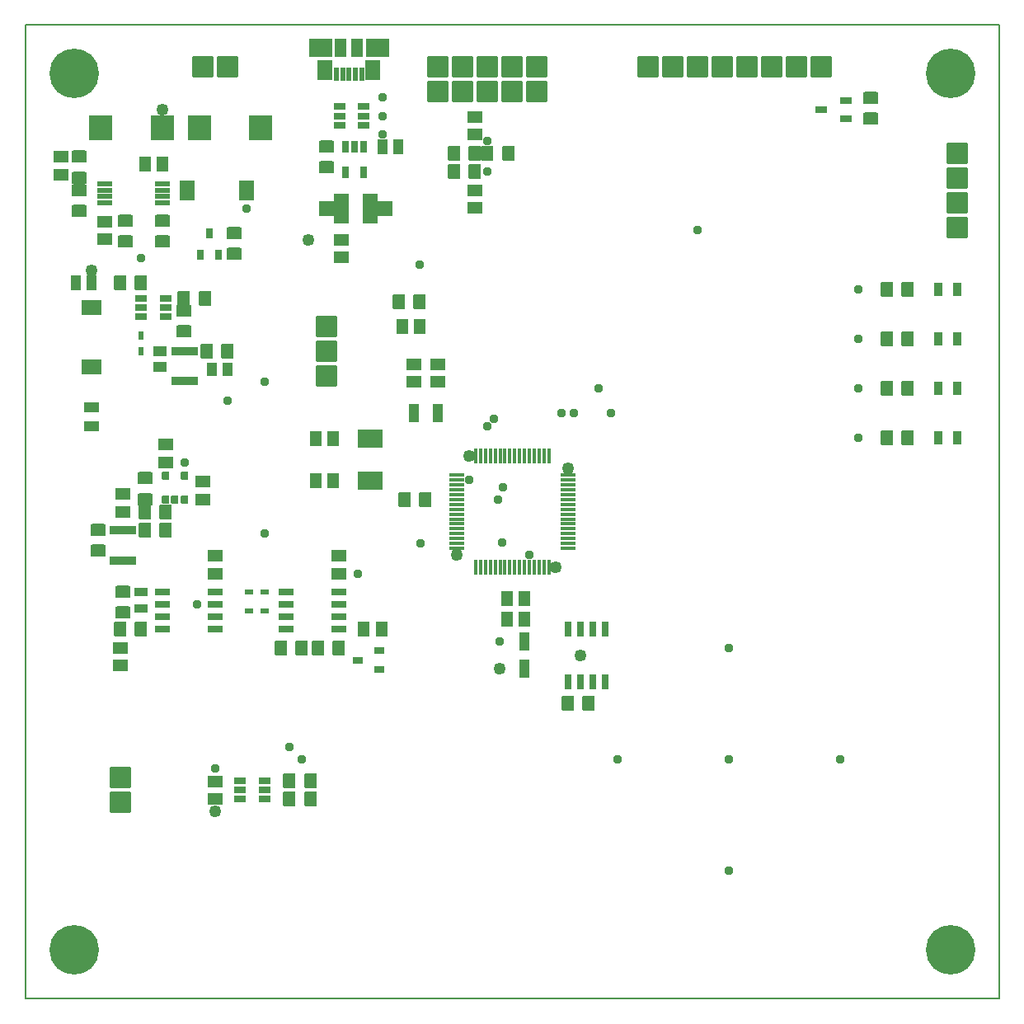
<source format=gbr>
G04 PROTEUS RS274X GERBER FILE*
%FSLAX45Y45*%
%MOMM*%
G01*
%ADD53C,0.954000*%
%ADD54C,1.254000*%
%ADD55C,5.080000*%
%AMPPAD050*
4,1,4,
-0.740000,0.150000,
0.740000,0.150000,
0.740000,-0.150000,
-0.740000,-0.150000,
-0.740000,0.150000,
0*%
%ADD56PPAD050*%
%AMPPAD051*
4,1,4,
-0.150000,0.740000,
0.150000,0.740000,
0.150000,-0.740000,
-0.150000,-0.740000,
-0.150000,0.740000,
0*%
%ADD57PPAD051*%
%AMPPAD052*
4,1,4,
-0.750000,0.225000,
0.750000,0.225000,
0.750000,-0.225000,
-0.750000,-0.225000,
-0.750000,0.225000,
0*%
%ADD58PPAD052*%
%AMPPAD053*
4,1,4,
0.300000,0.575000,
0.300000,-0.575000,
-0.300000,-0.575000,
-0.300000,0.575000,
0.300000,0.575000,
0*%
%ADD59PPAD053*%
%AMPPAD054*
4,1,4,
0.600000,-0.300000,
-0.600000,-0.300000,
-0.600000,0.300000,
0.600000,0.300000,
0.600000,-0.300000,
0*%
%ADD60PPAD054*%
%AMPPAD055*
4,1,36,
-0.254000,0.444500,
0.254000,0.444500,
0.279970,0.441970,
0.303980,0.434700,
0.325580,0.423150,
0.344290,0.407790,
0.359650,0.389070,
0.371200,0.367480,
0.378470,0.343470,
0.381000,0.317500,
0.381000,-0.317500,
0.378470,-0.343470,
0.371200,-0.367480,
0.359650,-0.389070,
0.344290,-0.407790,
0.325580,-0.423150,
0.303980,-0.434700,
0.279970,-0.441970,
0.254000,-0.444500,
-0.254000,-0.444500,
-0.279970,-0.441970,
-0.303980,-0.434700,
-0.325580,-0.423150,
-0.344290,-0.407790,
-0.359650,-0.389070,
-0.371200,-0.367480,
-0.378470,-0.343470,
-0.381000,-0.317500,
-0.381000,0.317500,
-0.378470,0.343470,
-0.371200,0.367480,
-0.359650,0.389070,
-0.344290,0.407790,
-0.325580,0.423150,
-0.303980,0.434700,
-0.279970,0.441970,
-0.254000,0.444500,
0*%
%ADD61PPAD055*%
%AMPPAD056*
4,1,4,
-0.760000,0.325000,
0.760000,0.325000,
0.760000,-0.325000,
-0.760000,-0.325000,
-0.760000,0.325000,
0*%
%ADD62PPAD056*%
%AMPPAD057*
4,1,4,
-0.625000,0.300000,
0.625000,0.300000,
0.625000,-0.300000,
-0.625000,-0.300000,
-0.625000,0.300000,
0*%
%ADD63PPAD057*%
%AMPPAD058*
4,1,4,
0.325000,0.760000,
0.325000,-0.760000,
-0.325000,-0.760000,
-0.325000,0.760000,
0.325000,0.760000,
0*%
%ADD64PPAD058*%
%AMPPAD059*
4,1,4,
-0.225000,0.690000,
0.225000,0.690000,
0.225000,-0.690000,
-0.225000,-0.690000,
-0.225000,0.690000,
0*%
%ADD65PPAD059*%
%AMPPAD060*
4,1,4,
-0.740000,1.050000,
0.740000,1.050000,
0.740000,-1.050000,
-0.740000,-1.050000,
-0.740000,1.050000,
0*%
%ADD66PPAD060*%
%AMPPAD061*
4,1,4,
-0.590000,0.950000,
0.590000,0.950000,
0.590000,-0.950000,
-0.590000,-0.950000,
-0.590000,0.950000,
0*%
%ADD67PPAD061*%
%AMPPAD062*
4,1,4,
-1.190000,0.950000,
1.190000,0.950000,
1.190000,-0.950000,
-1.190000,-0.950000,
-1.190000,0.950000,
0*%
%ADD68PPAD062*%
%AMPPAD063*
4,1,36,
-0.950000,1.077000,
0.950000,1.077000,
0.975970,1.074470,
0.999980,1.067200,
1.021580,1.055650,
1.040290,1.040290,
1.055650,1.021570,
1.067200,0.999980,
1.074470,0.975970,
1.077000,0.950000,
1.077000,-0.950000,
1.074470,-0.975970,
1.067200,-0.999980,
1.055650,-1.021570,
1.040290,-1.040290,
1.021580,-1.055650,
0.999980,-1.067200,
0.975970,-1.074470,
0.950000,-1.077000,
-0.950000,-1.077000,
-0.975970,-1.074470,
-0.999980,-1.067200,
-1.021580,-1.055650,
-1.040290,-1.040290,
-1.055650,-1.021570,
-1.067200,-0.999980,
-1.074470,-0.975970,
-1.077000,-0.950000,
-1.077000,0.950000,
-1.074470,0.975970,
-1.067200,0.999980,
-1.055650,1.021570,
-1.040290,1.040290,
-1.021580,1.055650,
-0.999980,1.067200,
-0.975970,1.074470,
-0.950000,1.077000,
0*%
%ADD69PPAD063*%
%AMPPAD064*
4,1,4,
-0.250000,-0.410000,
-0.250000,0.410000,
0.250000,0.410000,
0.250000,-0.410000,
-0.250000,-0.410000,
0*%
%ADD74PPAD064*%
%AMPPAD065*
4,1,4,
-0.410000,0.250000,
0.410000,0.250000,
0.410000,-0.250000,
-0.410000,-0.250000,
-0.410000,0.250000,
0*%
%ADD75PPAD065*%
%AMPPAD066*
4,1,4,
0.800000,-1.050000,
-0.800000,-1.050000,
-0.800000,1.050000,
0.800000,1.050000,
0.800000,-1.050000,
0*%
%ADD76PPAD066*%
%AMPPAD067*
4,1,4,
0.750000,-1.500000,
-0.750000,-1.500000,
-0.750000,1.500000,
0.750000,1.500000,
0.750000,-1.500000,
0*%
%ADD77PPAD067*%
%AMPPAD068*
4,1,4,
0.750000,-0.750000,
-0.750000,-0.750000,
-0.750000,0.750000,
0.750000,0.750000,
0.750000,-0.750000,
0*%
%ADD78PPAD068*%
%AMPPAD069*
4,1,4,
1.050000,0.800000,
1.050000,-0.800000,
-1.050000,-0.800000,
-1.050000,0.800000,
1.050000,0.800000,
0*%
%ADD79PPAD069*%
%AMPPAD070*
4,1,4,
-0.550000,-0.925000,
-0.550000,0.925000,
0.550000,0.925000,
0.550000,-0.925000,
-0.550000,-0.925000,
0*%
%ADD80PPAD070*%
%AMPPAD071*
4,1,4,
0.525000,-0.300000,
-0.525000,-0.300000,
-0.525000,0.300000,
0.525000,0.300000,
0.525000,-0.300000,
0*%
%ADD81PPAD071*%
%AMPPAD072*
4,1,4,
-0.300000,-0.525000,
-0.300000,0.525000,
0.300000,0.525000,
0.300000,-0.525000,
-0.300000,-0.525000,
0*%
%ADD82PPAD072*%
%AMPPAD073*
4,1,4,
-0.723900,-0.571500,
-0.723900,0.571500,
0.723900,0.571500,
0.723900,-0.571500,
-0.723900,-0.571500,
0*%
%ADD83PPAD073*%
%AMPPAD074*
4,1,4,
-1.150000,1.250000,
1.150000,1.250000,
1.150000,-1.250000,
-1.150000,-1.250000,
-1.150000,1.250000,
0*%
%ADD84PPAD074*%
%AMPPAD075*
4,1,4,
-0.571500,0.723900,
0.571500,0.723900,
0.571500,-0.723900,
-0.571500,-0.723900,
-0.571500,0.723900,
0*%
%ADD85PPAD075*%
%AMPPAD076*
4,1,4,
0.485000,-0.735000,
-0.485000,-0.735000,
-0.485000,0.735000,
0.485000,0.735000,
0.485000,-0.735000,
0*%
%ADD86PPAD076*%
%AMPPAD077*
4,1,4,
-0.695000,-0.485000,
-0.695000,0.485000,
0.695000,0.485000,
0.695000,-0.485000,
-0.695000,-0.485000,
0*%
%ADD87PPAD077*%
%AMPPAD078*
4,1,4,
-1.360000,-0.410000,
-1.360000,0.410000,
1.360000,0.410000,
1.360000,-0.410000,
-1.360000,-0.410000,
0*%
%ADD88PPAD078*%
%AMPPAD079*
4,1,4,
-0.485000,0.695000,
0.485000,0.695000,
0.485000,-0.695000,
-0.485000,-0.695000,
-0.485000,0.695000,
0*%
%ADD89PPAD079*%
%AMPPAD080*
4,1,36,
-0.762000,-0.508000,
-0.762000,0.508000,
-0.759470,0.533970,
-0.752200,0.557980,
-0.740650,0.579580,
-0.725290,0.598290,
-0.706570,0.613650,
-0.684980,0.625200,
-0.660970,0.632470,
-0.635000,0.635000,
0.635000,0.635000,
0.660970,0.632470,
0.684980,0.625200,
0.706570,0.613650,
0.725290,0.598290,
0.740650,0.579580,
0.752200,0.557980,
0.759470,0.533970,
0.762000,0.508000,
0.762000,-0.508000,
0.759470,-0.533970,
0.752200,-0.557980,
0.740650,-0.579580,
0.725290,-0.598290,
0.706570,-0.613650,
0.684980,-0.625200,
0.660970,-0.632470,
0.635000,-0.635000,
-0.635000,-0.635000,
-0.660970,-0.632470,
-0.684980,-0.625200,
-0.706570,-0.613650,
-0.725290,-0.598290,
-0.740650,-0.579580,
-0.752200,-0.557980,
-0.759470,-0.533970,
-0.762000,-0.508000,
0*%
%ADD90PPAD080*%
%AMPPAD081*
4,1,36,
0.508000,-0.762000,
-0.508000,-0.762000,
-0.533970,-0.759470,
-0.557980,-0.752200,
-0.579580,-0.740650,
-0.598290,-0.725290,
-0.613650,-0.706570,
-0.625200,-0.684980,
-0.632470,-0.660970,
-0.635000,-0.635000,
-0.635000,0.635000,
-0.632470,0.660970,
-0.625200,0.684980,
-0.613650,0.706570,
-0.598290,0.725290,
-0.579580,0.740650,
-0.557980,0.752200,
-0.533970,0.759470,
-0.508000,0.762000,
0.508000,0.762000,
0.533970,0.759470,
0.557980,0.752200,
0.579580,0.740650,
0.598290,0.725290,
0.613650,0.706570,
0.625200,0.684980,
0.632470,0.660970,
0.635000,0.635000,
0.635000,-0.635000,
0.632470,-0.660970,
0.625200,-0.684980,
0.613650,-0.706570,
0.598290,-0.725290,
0.579580,-0.740650,
0.557980,-0.752200,
0.533970,-0.759470,
0.508000,-0.762000,
0*%
%ADD91PPAD081*%
%AMPPAD082*
4,1,4,
0.500000,-0.900000,
-0.500000,-0.900000,
-0.500000,0.900000,
0.500000,0.900000,
0.500000,-0.900000,
0*%
%ADD92PPAD082*%
%AMPPAD083*
4,1,4,
1.300000,0.950000,
1.300000,-0.950000,
-1.300000,-0.950000,
-1.300000,0.950000,
1.300000,0.950000,
0*%
%ADD93PPAD083*%
%AMPPAD084*
4,1,36,
1.077000,0.950000,
1.077000,-0.950000,
1.074470,-0.975970,
1.067200,-0.999980,
1.055650,-1.021580,
1.040290,-1.040290,
1.021570,-1.055650,
0.999980,-1.067200,
0.975970,-1.074470,
0.950000,-1.077000,
-0.950000,-1.077000,
-0.975970,-1.074470,
-0.999980,-1.067200,
-1.021570,-1.055650,
-1.040290,-1.040290,
-1.055650,-1.021580,
-1.067200,-0.999980,
-1.074470,-0.975970,
-1.077000,-0.950000,
-1.077000,0.950000,
-1.074470,0.975970,
-1.067200,0.999980,
-1.055650,1.021580,
-1.040290,1.040290,
-1.021570,1.055650,
-0.999980,1.067200,
-0.975970,1.074470,
-0.950000,1.077000,
0.950000,1.077000,
0.975970,1.074470,
0.999980,1.067200,
1.021570,1.055650,
1.040290,1.040290,
1.055650,1.021580,
1.067200,0.999980,
1.074470,0.975970,
1.077000,0.950000,
0*%
%ADD94PPAD084*%
%AMPPAD085*
4,1,4,
0.695000,0.455000,
0.695000,-0.455000,
-0.695000,-0.455000,
-0.695000,0.455000,
0.695000,0.455000,
0*%
%ADD95PPAD085*%
%AMPPAD086*
4,1,4,
0.450000,-0.700000,
-0.450000,-0.700000,
-0.450000,0.700000,
0.450000,0.700000,
0.450000,-0.700000,
0*%
%ADD96PPAD086*%
%AMPPAD087*
4,1,4,
0.723900,0.469900,
0.723900,-0.469900,
-0.723900,-0.469900,
-0.723900,0.469900,
0.723900,0.469900,
0*%
%ADD97PPAD087*%
%ADD50C,0.203200*%
D53*
X+2222500Y-1397000D03*
X+3365500Y-2540000D03*
X+2222500Y-2540000D03*
X+2222500Y-3683000D03*
X+1905000Y+2896000D03*
D54*
X-574000Y-444500D03*
X-444500Y+574000D03*
X+574000Y+444500D03*
X+444500Y-574000D03*
X-4318000Y+2476500D03*
D53*
X+1079500Y-2540000D03*
X+175000Y-444500D03*
X-104400Y-317500D03*
X-942000Y-325000D03*
X-2540000Y-225000D03*
X-3238500Y-952500D03*
X-1587500Y-635000D03*
X-127000Y-1333500D03*
X-2921000Y+1143000D03*
X-3365500Y+508000D03*
X-3048000Y-2635000D03*
X+1016000Y+1016000D03*
X-254000Y+3492500D03*
X+889000Y+1270000D03*
X-254000Y+3810000D03*
X-1333500Y+4064000D03*
X-1333500Y+3873500D03*
X-1333500Y+4254500D03*
X-2540000Y+1333500D03*
X-3810000Y+2603500D03*
X-98000Y+254000D03*
X-2159000Y-2540000D03*
X-148000Y+127000D03*
X-2286000Y-2413000D03*
X-2730500Y+3111500D03*
X-952500Y+2540000D03*
X+3556000Y+762000D03*
X+3556000Y+1270000D03*
X-444500Y+325000D03*
X-254000Y+876300D03*
X+635000Y+1016000D03*
X+508000Y+1016000D03*
X-188500Y+952500D03*
X+3556000Y+1778000D03*
X+3556000Y+2286000D03*
D54*
X+698500Y-1473200D03*
X-3048000Y-3079500D03*
X-127000Y-1613500D03*
X-3594500Y+4130000D03*
X-2093000Y+2794000D03*
D55*
X-4500000Y+4500000D03*
X+4500000Y+4500000D03*
X-4500000Y-4500000D03*
X+4500000Y-4500000D03*
D56*
X-574000Y+375000D03*
X-574000Y+325000D03*
X-574000Y+275000D03*
X-574000Y+225000D03*
X-574000Y+175000D03*
X-574000Y+125000D03*
X-574000Y+75000D03*
X-574000Y+25000D03*
X-574000Y-25000D03*
X-574000Y-75000D03*
X-574000Y-125000D03*
X-574000Y-175000D03*
X-574000Y-225000D03*
X-574000Y-275000D03*
X-574000Y-325000D03*
X-574000Y-375000D03*
D57*
X-375000Y-574000D03*
X-325000Y-574000D03*
X-275000Y-574000D03*
X-225000Y-574000D03*
X-175000Y-574000D03*
X-125000Y-574000D03*
X-75000Y-574000D03*
X-25000Y-574000D03*
X+25000Y-574000D03*
X+75000Y-574000D03*
X+125000Y-574000D03*
X+175000Y-574000D03*
X+225000Y-574000D03*
X+275000Y-574000D03*
X+325000Y-574000D03*
X+375000Y-574000D03*
D56*
X+574000Y-375000D03*
X+574000Y-325000D03*
X+574000Y-275000D03*
X+574000Y-225000D03*
X+574000Y-175000D03*
X+574000Y-125000D03*
X+574000Y-75000D03*
X+574000Y-25000D03*
X+574000Y+25000D03*
X+574000Y+75000D03*
X+574000Y+125000D03*
X+574000Y+175000D03*
X+574000Y+225000D03*
X+574000Y+275000D03*
X+574000Y+325000D03*
X+574000Y+375000D03*
D57*
X+375000Y+574000D03*
X+325000Y+574000D03*
X+275000Y+574000D03*
X+225000Y+574000D03*
X+175000Y+574000D03*
X+125000Y+574000D03*
X+75000Y+574000D03*
X+25000Y+574000D03*
X-25000Y+574000D03*
X-75000Y+574000D03*
X-125000Y+574000D03*
X-175000Y+574000D03*
X-225000Y+574000D03*
X-275000Y+574000D03*
X-325000Y+574000D03*
X-375000Y+574000D03*
D58*
X-4184500Y+3368000D03*
X-4184500Y+3302000D03*
X-4184500Y+3238000D03*
X-4184500Y+3172000D03*
X-3594500Y+3172000D03*
X-3594500Y+3238000D03*
X-3594500Y+3302000D03*
X-3594500Y+3368000D03*
D59*
X-1524000Y+3746500D03*
X-1619000Y+3746500D03*
X-1714000Y+3746500D03*
X-1714000Y+3486500D03*
X-1524000Y+3486500D03*
D60*
X-3560000Y+2000500D03*
X-3560000Y+2095500D03*
X-3560000Y+2190500D03*
X-3810000Y+2190500D03*
X-3810000Y+2095500D03*
X-3810000Y+2000500D03*
D61*
X-3556000Y+127000D03*
X-3462020Y+127000D03*
X-3365500Y+127000D03*
X-3365500Y+365760D03*
X-3556000Y+365760D03*
D62*
X-3590000Y-825500D03*
X-3590000Y-952500D03*
X-3590000Y-1079500D03*
X-3590000Y-1206500D03*
X-3048000Y-1206500D03*
X-3048000Y-1079500D03*
X-3048000Y-952500D03*
X-3048000Y-825500D03*
X-2320000Y-825500D03*
X-2320000Y-952500D03*
X-2320000Y-1079500D03*
X-2320000Y-1206500D03*
X-1778000Y-1206500D03*
X-1778000Y-1079500D03*
X-1778000Y-952500D03*
X-1778000Y-825500D03*
D63*
X-2794000Y-2762500D03*
X-2794000Y-2857500D03*
X-2794000Y-2952500D03*
X-2544000Y-2952500D03*
X-2544000Y-2857500D03*
X-2544000Y-2762500D03*
D64*
X+952500Y-1206500D03*
X+825500Y-1206500D03*
X+698500Y-1206500D03*
X+571500Y-1206500D03*
X+571500Y-1748500D03*
X+698500Y-1748500D03*
X+825500Y-1748500D03*
X+952500Y-1748500D03*
D60*
X-1774000Y+4159000D03*
X-1774000Y+4064000D03*
X-1774000Y+3969000D03*
X-1524000Y+3969000D03*
X-1524000Y+4064000D03*
X-1524000Y+4159000D03*
D65*
X-1547500Y+4496500D03*
X-1612500Y+4496500D03*
X-1677500Y+4496500D03*
X-1742500Y+4496500D03*
X-1807500Y+4496500D03*
D66*
X-1922500Y+4532500D03*
X-1432500Y+4532500D03*
D67*
X-1593500Y+4762500D03*
X-1761500Y+4762500D03*
D68*
X-1386500Y+4762500D03*
X-1968500Y+4762500D03*
D69*
X-762000Y+4318000D03*
X-508000Y+4318000D03*
X-254000Y+4318000D03*
X+0Y+4318000D03*
X+254000Y+4318000D03*
X+254000Y+4572000D03*
X+0Y+4572000D03*
X-254000Y+4572000D03*
X-508000Y+4572000D03*
X-762000Y+4572000D03*
D74*
X-3810000Y+1651000D03*
X-3810000Y+1813000D03*
D75*
X-2702000Y-1016000D03*
X-2540000Y-1016000D03*
X-2702000Y-825500D03*
X-2540000Y-825500D03*
D76*
X-2730500Y+3302000D03*
X-3340500Y+3302000D03*
D77*
X-1455000Y+3111500D03*
X-1755000Y+3111500D03*
D78*
X-1305000Y+3111500D03*
X-1905000Y+3111500D03*
D79*
X-4318000Y+2095500D03*
X-4318000Y+1485500D03*
D80*
X+127000Y-1613500D03*
X+127000Y-1333500D03*
D81*
X-1367500Y-1619000D03*
X-1367500Y-1429000D03*
X-1587500Y-1524000D03*
D60*
X+3425000Y+4032500D03*
X+3425000Y+4222500D03*
X+3175000Y+4127500D03*
D82*
X-3206500Y+2637500D03*
X-3016500Y+2637500D03*
X-3111500Y+2857500D03*
D69*
X+1397000Y+4572000D03*
X+1651000Y+4572000D03*
X+1905000Y+4572000D03*
X+2159000Y+4572000D03*
X+2413000Y+4572000D03*
X+2667000Y+4572000D03*
X+2921000Y+4572000D03*
X+3175000Y+4572000D03*
D83*
X-4635500Y+3462360D03*
X-4635500Y+3642360D03*
D84*
X-3213500Y+3939500D03*
X-2583500Y+3939500D03*
D85*
X-3774500Y+3571200D03*
X-3594500Y+3571200D03*
D84*
X-3594500Y+3939500D03*
X-4224500Y+3939500D03*
D83*
X-4184500Y+2801500D03*
X-4184500Y+2981500D03*
D86*
X-1167500Y+3746500D03*
X-1333500Y+3746500D03*
D83*
X-1755000Y+2614000D03*
X-1755000Y+2794000D03*
D86*
X-4484000Y+2349500D03*
X-4318000Y+2349500D03*
D87*
X-3619500Y+1485000D03*
X-3619500Y+1651000D03*
D88*
X-3365500Y+1341000D03*
X-3365500Y+1651000D03*
D89*
X-3087000Y+1460500D03*
X-2921000Y+1460500D03*
D90*
X-4445000Y+3429000D03*
X-4445000Y+3642360D03*
X-3594500Y+2987000D03*
X-3594500Y+2773640D03*
X-3975500Y+2987000D03*
X-3975500Y+2773640D03*
X-4445000Y+3088640D03*
X-4445000Y+3302000D03*
X-1905000Y+3746500D03*
X-1905000Y+3533140D03*
D91*
X-3156140Y+2190500D03*
X-3369500Y+2190500D03*
D90*
X-3369500Y+1850140D03*
X-3369500Y+2063500D03*
D91*
X-3810000Y+2349500D03*
X-4023360Y+2349500D03*
X-2921000Y+1651000D03*
X-3134360Y+1651000D03*
D69*
X-3175000Y+4572000D03*
X-2921000Y+4572000D03*
D90*
X-2857500Y+2857500D03*
X-2857500Y+2644140D03*
D92*
X-762000Y+1016000D03*
X-1012000Y+1016000D03*
D93*
X-1460500Y+747500D03*
X-1460500Y+317500D03*
D94*
X+4572000Y+3683000D03*
X+4572000Y+3429000D03*
X+4572000Y+3175000D03*
X+4572000Y+2921000D03*
D90*
X+3679000Y+4032500D03*
X+3679000Y+4245860D03*
D91*
X-1104860Y+125000D03*
X-891500Y+125000D03*
D83*
X-762000Y+1333500D03*
X-762000Y+1513500D03*
X-1012000Y+1333500D03*
X-1012000Y+1513500D03*
D85*
X-2021500Y+747500D03*
X-1841500Y+747500D03*
X-2021500Y+317500D03*
X-1841500Y+317500D03*
D91*
X-2159000Y-1397000D03*
X-2372360Y-1397000D03*
X-1778000Y-1397000D03*
X-1991360Y-1397000D03*
D85*
X-1524000Y-1206500D03*
X-1344000Y-1206500D03*
D83*
X-4023360Y-1577000D03*
X-4023360Y-1397000D03*
D91*
X-3810000Y-1206500D03*
X-4023360Y-1206500D03*
D94*
X-4023360Y-2984500D03*
X-4023360Y-2730500D03*
D83*
X-3556000Y+688000D03*
X-3556000Y+508000D03*
X-3175000Y+307000D03*
X-3175000Y+127000D03*
X-4000500Y+180000D03*
X-4000500Y+0D03*
D88*
X-4000500Y-500500D03*
X-4000500Y-190500D03*
D91*
X-3556000Y-190500D03*
X-3769360Y-190500D03*
D90*
X-4254500Y-190500D03*
X-4254500Y-403860D03*
D91*
X-952500Y+2159000D03*
X-1165860Y+2159000D03*
D85*
X-1132500Y+1905000D03*
X-952500Y+1905000D03*
X-53000Y-889000D03*
X+127000Y-889000D03*
X-53000Y-1104900D03*
X+127000Y-1104900D03*
D95*
X-3810000Y-825500D03*
X-3810000Y-989500D03*
D83*
X-3048000Y-455000D03*
X-3048000Y-635000D03*
X-1778000Y-455000D03*
X-1778000Y-635000D03*
D90*
X-4000500Y-825500D03*
X-4000500Y-1038860D03*
X-3769360Y+340360D03*
X-3769360Y+127000D03*
D91*
X-3556000Y+0D03*
X-3769360Y+0D03*
D83*
X-3048000Y-2772500D03*
X-3048000Y-2952500D03*
X-381000Y+3122000D03*
X-381000Y+3302000D03*
X-381000Y+4053500D03*
X-381000Y+3873500D03*
D96*
X+4572000Y+2286000D03*
X+4372000Y+2286000D03*
X+4572000Y+1778000D03*
X+4372000Y+1778000D03*
X+4572000Y+1270000D03*
X+4372000Y+1270000D03*
X+4572000Y+762000D03*
X+4372000Y+762000D03*
D94*
X-1905000Y+1397000D03*
X-1905000Y+1651000D03*
X-1905000Y+1905000D03*
D97*
X-4318000Y+1074020D03*
X-4318000Y+874020D03*
D91*
X-2286000Y-2952500D03*
X-2072640Y-2952500D03*
X-2286000Y-2762000D03*
X-2072640Y-2762000D03*
X+571500Y-1968500D03*
X+784860Y-1968500D03*
X+4064000Y+2286000D03*
X+3850640Y+2286000D03*
X+4064000Y+1778000D03*
X+3850640Y+1778000D03*
X+4064000Y+1270000D03*
X+3850640Y+1270000D03*
X+4064000Y+762000D03*
X+3850640Y+762000D03*
X-40640Y+3683000D03*
X-254000Y+3683000D03*
X-594360Y+3492500D03*
X-381000Y+3492500D03*
X-594360Y+3683000D03*
X-381000Y+3683000D03*
D50*
X-5000000Y-5000000D02*
X+5000000Y-5000000D01*
X+5000000Y+5000000D01*
X-5000000Y+5000000D01*
X-5000000Y-5000000D01*
M02*

</source>
